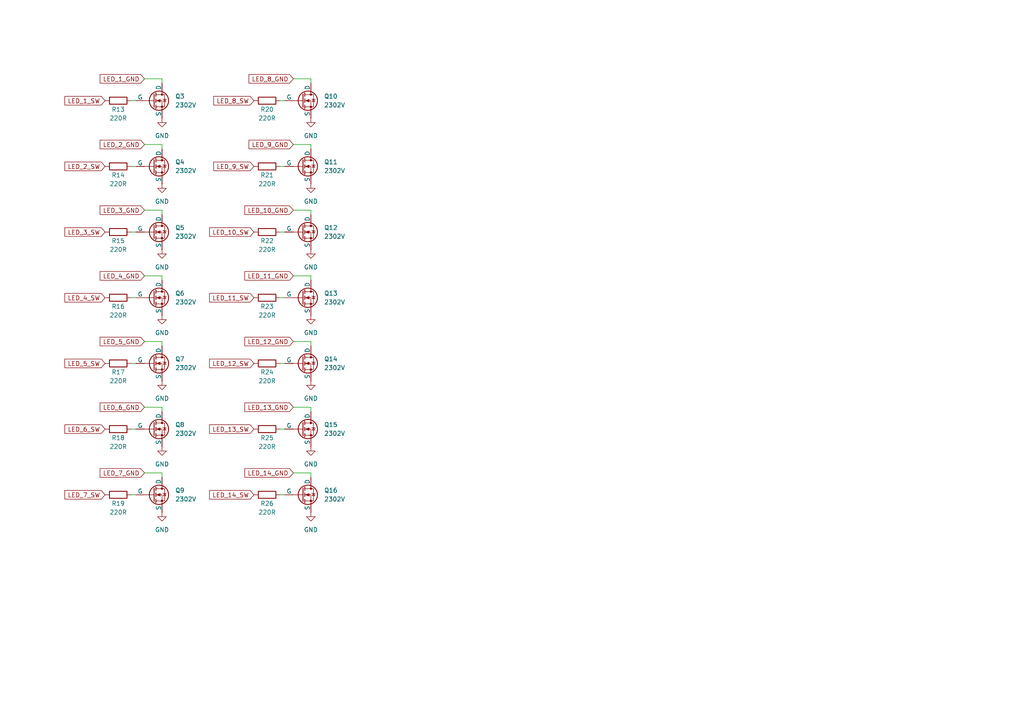
<source format=kicad_sch>
(kicad_sch (version 20250114) (generator "eeschema") (generator_version "9.0")
  (paper "A4")
  (lib_symbols
    (symbol "Device:R" (pin_numbers (hide yes)) (pin_names (offset 0))
      (property "Reference" "R" (at 2.032 0 90))
      (property "Value" "R" (at 0 0 90))
      (symbol "R_0_1"
        (rectangle (start -1.016 -2.54) (end 1.016 2.54) (stroke (width 0.254)))
      )
      (symbol "R_1_1"
        (pin passive line (at 0 3.81 270) (length 1.27) (name "~") (number "1"))
        (pin passive line (at 0 -3.81 90) (length 1.27) (name "~") (number "2"))
      )
    )
    (symbol "Simulation_SPICE:NMOS" (pin_numbers (hide yes)) (pin_names (offset 0))
      (property "Reference" "Q?" (at 6.35 1.2701 0))
      (property "Value" "2302V" (at 6.35 -1.2699 0))
      (symbol "NMOS_0_1"
        (polyline (pts (xy 0.254 1.905) (xy 0.254 -1.905)) (stroke (width 0.254)))
        (polyline (pts (xy 0.254 0) (xy -2.54 0)))
        (polyline (pts (xy 0.762 2.286) (xy 0.762 1.27)) (stroke (width 0.254)))
        (polyline (pts (xy 0.762 0.508) (xy 0.762 -0.508)) (stroke (width 0.254)))
        (polyline (pts (xy 0.762 -1.27) (xy 0.762 -2.286)) (stroke (width 0.254)))
        (polyline (pts (xy 0.762 -1.778) (xy 3.302 -1.778) (xy 3.302 1.778) (xy 0.762 1.778)))
        (polyline (pts (xy 1.016 0) (xy 2.032 0.381) (xy 2.032 -0.381) (xy 1.016 0)) (fill (type outline)))
        (circle (center 1.651 0) (radius 2.794) (stroke (width 0.254)))
        (polyline (pts (xy 2.54 2.54) (xy 2.54 1.778)))
        (circle (center 2.54 1.778) (radius 0.254) (fill (type outline)))
        (circle (center 2.54 -1.778) (radius 0.254) (fill (type outline)))
        (polyline (pts (xy 2.54 -2.54) (xy 2.54 0) (xy 0.762 0)))
        (polyline (pts (xy 2.794 0.508) (xy 2.921 0.381) (xy 3.683 0.381) (xy 3.81 0.254)))
        (polyline (pts (xy 3.302 0.381) (xy 2.921 -0.254) (xy 3.683 -0.254) (xy 3.302 0.381)))
      )
      (symbol "NMOS_1_1"
        (pin input line (at -5.08 0 0) (length 2.54) (name "G") (number "1"))
        (pin passive line (at 2.54 5.08 270) (length 2.54) (name "D") (number "3"))
        (pin passive line (at 2.54 -5.08 90) (length 2.54) (name "S") (number "2"))
      )
    )
    (symbol "power:GND" (power) (pin_numbers (hide yes)) (pin_names (offset 0) (hide yes))
      (property "Value" "GND" (at 0 -3.81 0))
      (symbol "GND_0_1"
        (polyline (pts (xy 0 0) (xy 0 -1.27) (xy 1.27 -1.27) (xy 0 -2.54) (xy -1.27 -1.27) (xy 0 -1.27)))
      )
      (symbol "GND_1_1"
        (pin power_in line (at 0 0 270) (length 0) (name "~") (number "1"))
      )
    )
  )
  (wire (pts (xy 38.1 124.46) (xy 39.37 124.46)))
  (wire (pts (xy 90.17 41.91) (xy 90.17 43.18)))
  (wire (pts (xy 90.17 118.11) (xy 90.17 119.38)))
  (wire (pts (xy 46.99 80.01) (xy 41.91 80.01)))
  (wire (pts (xy 81.28 143.51) (xy 82.55 143.51)))
  (wire (pts (xy 81.28 48.26) (xy 82.55 48.26)))
  (wire (pts (xy 90.17 80.01) (xy 85.09 80.01)))
  (wire (pts (xy 46.99 60.96) (xy 41.91 60.96)))
  (wire (pts (xy 90.17 137.16) (xy 90.17 138.43)))
  (wire (pts (xy 90.17 41.91) (xy 85.09 41.91)))
  (wire (pts (xy 46.99 22.86) (xy 46.99 24.13)))
  (wire (pts (xy 38.1 29.21) (xy 39.37 29.21)))
  (wire (pts (xy 38.1 143.51) (xy 39.37 143.51)))
  (wire (pts (xy 90.17 22.86) (xy 85.09 22.86)))
  (wire (pts (xy 46.99 99.06) (xy 41.91 99.06)))
  (wire (pts (xy 81.28 86.36) (xy 82.55 86.36)))
  (wire (pts (xy 81.28 105.41) (xy 82.55 105.41)))
  (wire (pts (xy 38.1 86.36) (xy 39.37 86.36)))
  (wire (pts (xy 90.17 137.16) (xy 85.09 137.16)))
  (wire (pts (xy 90.17 60.96) (xy 85.09 60.96)))
  (wire (pts (xy 90.17 80.01) (xy 90.17 81.28)))
  (wire (pts (xy 46.99 80.01) (xy 46.99 81.28)))
  (wire (pts (xy 46.99 22.86) (xy 41.91 22.86)))
  (wire (pts (xy 46.99 118.11) (xy 41.91 118.11)))
  (wire (pts (xy 46.99 99.06) (xy 46.99 100.33)))
  (wire (pts (xy 81.28 124.46) (xy 82.55 124.46)))
  (wire (pts (xy 81.28 67.31) (xy 82.55 67.31)))
  (wire (pts (xy 90.17 99.06) (xy 90.17 100.33)))
  (wire (pts (xy 90.17 22.86) (xy 90.17 24.13)))
  (wire (pts (xy 90.17 118.11) (xy 85.09 118.11)))
  (wire (pts (xy 38.1 67.31) (xy 39.37 67.31)))
  (wire (pts (xy 46.99 41.91) (xy 41.91 41.91)))
  (wire (pts (xy 81.28 29.21) (xy 82.55 29.21)))
  (wire (pts (xy 38.1 48.26) (xy 39.37 48.26)))
  (wire (pts (xy 90.17 60.96) (xy 90.17 62.23)))
  (wire (pts (xy 46.99 118.11) (xy 46.99 119.38)))
  (wire (pts (xy 46.99 137.16) (xy 41.91 137.16)))
  (wire (pts (xy 38.1 105.41) (xy 39.37 105.41)))
  (wire (pts (xy 46.99 137.16) (xy 46.99 138.43)))
  (wire (pts (xy 46.99 60.96) (xy 46.99 62.23)))
  (wire (pts (xy 46.99 41.91) (xy 46.99 43.18)))
  (wire (pts (xy 90.17 99.06) (xy 85.09 99.06)))
  (global_label "LED_8_GND" (shape input) (at 85.09 22.86 180) (property "Intersheetrefs" "${INTERSHEET_REFS}" (effects (hide yes))))
  (global_label "LED_2_SW" (shape input) (at 30.48 48.26 180) (property "Intersheetrefs" "${INTERSHEET_REFS}" (effects (hide yes))))
  (global_label "LED_13_GND" (shape input) (at 85.09 118.11 180) (property "Intersheetrefs" "${INTERSHEET_REFS}" (effects (hide yes))))
  (global_label "LED_7_GND" (shape input) (at 41.91 137.16 180) (property "Intersheetrefs" "${INTERSHEET_REFS}" (effects (hide yes))))
  (global_label "LED_4_GND" (shape input) (at 41.91 80.01 180) (property "Intersheetrefs" "${INTERSHEET_REFS}" (effects (hide yes))))
  (global_label "LED_7_SW" (shape input) (at 30.48 143.51 180) (property "Intersheetrefs" "${INTERSHEET_REFS}" (effects (hide yes))))
  (global_label "LED_12_SW" (shape input) (at 73.66 105.41 180) (property "Intersheetrefs" "${INTERSHEET_REFS}" (effects (hide yes))))
  (global_label "LED_6_GND" (shape input) (at 41.91 118.11 180) (property "Intersheetrefs" "${INTERSHEET_REFS}" (effects (hide yes))))
  (global_label "LED_5_GND" (shape input) (at 41.91 99.06 180) (property "Intersheetrefs" "${INTERSHEET_REFS}" (effects (hide yes))))
  (global_label "LED_10_GND" (shape input) (at 85.09 60.96 180) (property "Intersheetrefs" "${INTERSHEET_REFS}" (effects (hide yes))))
  (global_label "LED_1_GND" (shape input) (at 41.91 22.86 180) (property "Intersheetrefs" "${INTERSHEET_REFS}" (effects (hide yes))))
  (global_label "LED_11_GND" (shape input) (at 85.09 80.01 180) (property "Intersheetrefs" "${INTERSHEET_REFS}" (effects (hide yes))))
  (global_label "LED_3_GND" (shape input) (at 41.91 60.96 180) (property "Intersheetrefs" "${INTERSHEET_REFS}" (effects (hide yes))))
  (global_label "LED_9_GND" (shape input) (at 85.09 41.91 180) (property "Intersheetrefs" "${INTERSHEET_REFS}" (effects (hide yes))))
  (global_label "LED_2_GND" (shape input) (at 41.91 41.91 180) (property "Intersheetrefs" "${INTERSHEET_REFS}" (effects (hide yes))))
  (global_label "LED_11_SW" (shape input) (at 73.66 86.36 180) (property "Intersheetrefs" "${INTERSHEET_REFS}" (effects (hide yes))))
  (global_label "LED_5_SW" (shape input) (at 30.48 105.41 180) (property "Intersheetrefs" "${INTERSHEET_REFS}" (effects (hide yes))))
  (global_label "LED_13_SW" (shape input) (at 73.66 124.46 180) (property "Intersheetrefs" "${INTERSHEET_REFS}" (effects (hide yes))))
  (global_label "LED_8_SW" (shape input) (at 73.66 29.21 180) (property "Intersheetrefs" "${INTERSHEET_REFS}" (effects (hide yes))))
  (global_label "LED_1_SW" (shape input) (at 30.48 29.21 180) (property "Intersheetrefs" "${INTERSHEET_REFS}" (effects (hide yes))))
  (global_label "LED_14_GND" (shape input) (at 85.09 137.16 180) (property "Intersheetrefs" "${INTERSHEET_REFS}" (effects (hide yes))))
  (global_label "LED_9_SW" (shape input) (at 73.66 48.26 180) (property "Intersheetrefs" "${INTERSHEET_REFS}" (effects (hide yes))))
  (global_label "LED_4_SW" (shape input) (at 30.48 86.36 180) (property "Intersheetrefs" "${INTERSHEET_REFS}" (effects (hide yes))))
  (global_label "LED_6_SW" (shape input) (at 30.48 124.46 180) (property "Intersheetrefs" "${INTERSHEET_REFS}" (effects (hide yes))))
  (global_label "LED_14_SW" (shape input) (at 73.66 143.51 180) (property "Intersheetrefs" "${INTERSHEET_REFS}" (effects (hide yes))))
  (global_label "LED_3_SW" (shape input) (at 30.48 67.31 180) (property "Intersheetrefs" "${INTERSHEET_REFS}" (effects (hide yes))))
  (global_label "LED_10_SW" (shape input) (at 73.66 67.31 180) (property "Intersheetrefs" "${INTERSHEET_REFS}" (effects (hide yes))))
  (global_label "LED_12_GND" (shape input) (at 85.09 99.06 180) (property "Intersheetrefs" "${INTERSHEET_REFS}" (effects (hide yes))))
  (symbol (lib_id "Device:R") (at 77.47 86.36 90) (unit 1)
    (property "Reference" "R23" (at 77.47 88.9 90))
    (property "Value" "220R" (at 77.47 91.44 90))
    (property "Footprint" "Resistor_SMD:R_0603_1608Metric" (effects (hide yes)))
    (property "Description" "Resistor" (effects (hide yes)))
    (property "MPN" "C2907127" (effects (hide yes)))
  )
  (symbol (lib_id "Simulation_SPICE:NMOS") (at 87.63 86.36 0) (unit 1)
    (property "Reference" "Q13" (at 93.98 85.0899 0) (effects (justify left)))
    (property "Value" "2302V" (at 93.98 87.6299 0) (effects (justify left)))
    (property "Footprint" "Package_TO_SOT_SMD:SOT-23" (effects (hide yes)))
    (property "Datasheet" "https://ngspice.sourceforge.io/docs/ngspice-html-manual/manual.xhtml#cha_MOSFETs" (effects (hide yes)))
    (property "Description" "N-MOSFET transistor, drain/source/gate" (effects (hide yes)))
    (property "Sim.Device" "NMOS" (effects (hide yes)))
    (property "Sim.Type" "VDMOS" (effects (hide yes)))
    (property "Sim.Pins" "1=D 2=G 3=S" (effects (hide yes)))
    (property "MPN" "C7431443" (effects (hide yes)))
  )
  (symbol (lib_id "Simulation_SPICE:NMOS") (at 87.63 48.26 0) (unit 1)
    (property "Reference" "Q11" (at 93.98 46.9899 0) (effects (justify left)))
    (property "Value" "2302V" (at 93.98 49.5299 0) (effects (justify left)))
    (property "Footprint" "Package_TO_SOT_SMD:SOT-23" (effects (hide yes)))
    (property "Datasheet" "https://ngspice.sourceforge.io/docs/ngspice-html-manual/manual.xhtml#cha_MOSFETs" (effects (hide yes)))
    (property "Description" "N-MOSFET transistor, drain/source/gate" (effects (hide yes)))
    (property "Sim.Device" "NMOS" (effects (hide yes)))
    (property "Sim.Type" "VDMOS" (effects (hide yes)))
    (property "Sim.Pins" "1=D 2=G 3=S" (effects (hide yes)))
    (property "MPN" "C7431443" (effects (hide yes)))
  )
  (symbol (lib_id "power:GND") (at 46.99 91.44 0) (unit 1)
    (property "Reference" "#PWR029" (effects (hide yes)))
    (property "Value" "GND" (at 46.99 96.52 0))
    (property "Description" "Power symbol creates a global label with name \"GND\" , ground" (effects (hide yes)))
  )
  (symbol (lib_id "Device:R") (at 77.47 67.31 90) (unit 1)
    (property "Reference" "R22" (at 77.47 69.85 90))
    (property "Value" "220R" (at 77.47 72.39 90))
    (property "Footprint" "Resistor_SMD:R_0603_1608Metric" (effects (hide yes)))
    (property "Description" "Resistor" (effects (hide yes)))
    (property "MPN" "C2907127" (effects (hide yes)))
  )
  (symbol (lib_id "power:GND") (at 46.99 148.59 0) (unit 1)
    (property "Reference" "#PWR032" (effects (hide yes)))
    (property "Value" "GND" (at 46.99 153.67 0))
    (property "Description" "Power symbol creates a global label with name \"GND\" , ground" (effects (hide yes)))
  )
  (symbol (lib_id "Device:R") (at 34.29 86.36 90) (unit 1)
    (property "Reference" "R16" (at 34.29 88.9 90))
    (property "Value" "220R" (at 34.29 91.44 90))
    (property "Footprint" "Resistor_SMD:R_0603_1608Metric" (effects (hide yes)))
    (property "Description" "Resistor" (effects (hide yes)))
    (property "MPN" "C2907127" (effects (hide yes)))
  )
  (symbol (lib_id "power:GND") (at 46.99 34.29 0) (unit 1)
    (property "Reference" "#PWR02" (effects (hide yes)))
    (property "Value" "GND" (at 46.99 39.37 0))
    (property "Description" "Power symbol creates a global label with name \"GND\" , ground" (effects (hide yes)))
  )
  (symbol (lib_id "Device:R") (at 77.47 124.46 90) (unit 1)
    (property "Reference" "R25" (at 77.47 127 90))
    (property "Value" "220R" (at 77.47 129.54 90))
    (property "Footprint" "Resistor_SMD:R_0603_1608Metric" (effects (hide yes)))
    (property "Description" "Resistor" (effects (hide yes)))
    (property "MPN" "C2907127" (effects (hide yes)))
  )
  (symbol (lib_id "power:GND") (at 46.99 53.34 0) (unit 1)
    (property "Reference" "#PWR027" (effects (hide yes)))
    (property "Value" "GND" (at 46.99 58.42 0))
    (property "Description" "Power symbol creates a global label with name \"GND\" , ground" (effects (hide yes)))
  )
  (symbol (lib_id "Device:R") (at 34.29 143.51 90) (unit 1)
    (property "Reference" "R19" (at 34.29 146.05 90))
    (property "Value" "220R" (at 34.29 148.59 90))
    (property "Footprint" "Resistor_SMD:R_0603_1608Metric" (effects (hide yes)))
    (property "Description" "Resistor" (effects (hide yes)))
    (property "MPN" "C2907127" (effects (hide yes)))
  )
  (symbol (lib_id "Device:R") (at 34.29 105.41 90) (unit 1)
    (property "Reference" "R17" (at 34.29 107.95 90))
    (property "Value" "220R" (at 34.29 110.49 90))
    (property "Footprint" "Resistor_SMD:R_0603_1608Metric" (effects (hide yes)))
    (property "Description" "Resistor" (effects (hide yes)))
    (property "MPN" "C2907127" (effects (hide yes)))
  )
  (symbol (lib_id "Device:R") (at 77.47 105.41 90) (unit 1)
    (property "Reference" "R24" (at 77.47 107.95 90))
    (property "Value" "220R" (at 77.47 110.49 90))
    (property "Footprint" "Resistor_SMD:R_0603_1608Metric" (effects (hide yes)))
    (property "Description" "Resistor" (effects (hide yes)))
    (property "MPN" "C2907127" (effects (hide yes)))
  )
  (symbol (lib_id "power:GND") (at 90.17 53.34 0) (unit 1)
    (property "Reference" "#PWR034" (effects (hide yes)))
    (property "Value" "GND" (at 90.17 58.42 0))
    (property "Description" "Power symbol creates a global label with name \"GND\" , ground" (effects (hide yes)))
  )
  (symbol (lib_id "Simulation_SPICE:NMOS") (at 87.63 143.51 0) (unit 1)
    (property "Reference" "Q16" (at 93.98 142.2399 0) (effects (justify left)))
    (property "Value" "2302V" (at 93.98 144.7799 0) (effects (justify left)))
    (property "Footprint" "Package_TO_SOT_SMD:SOT-23" (effects (hide yes)))
    (property "Datasheet" "https://ngspice.sourceforge.io/docs/ngspice-html-manual/manual.xhtml#cha_MOSFETs" (effects (hide yes)))
    (property "Description" "N-MOSFET transistor, drain/source/gate" (effects (hide yes)))
    (property "Sim.Device" "NMOS" (effects (hide yes)))
    (property "Sim.Type" "VDMOS" (effects (hide yes)))
    (property "Sim.Pins" "1=D 2=G 3=S" (effects (hide yes)))
    (property "MPN" "C7431443" (effects (hide yes)))
  )
  (symbol (lib_id "Simulation_SPICE:NMOS") (at 44.45 143.51 0) (unit 1)
    (property "Reference" "Q9" (at 50.8 142.2399 0) (effects (justify left)))
    (property "Value" "2302V" (at 50.8 144.7799 0) (effects (justify left)))
    (property "Footprint" "Package_TO_SOT_SMD:SOT-23" (effects (hide yes)))
    (property "Datasheet" "https://ngspice.sourceforge.io/docs/ngspice-html-manual/manual.xhtml#cha_MOSFETs" (effects (hide yes)))
    (property "Description" "N-MOSFET transistor, drain/source/gate" (effects (hide yes)))
    (property "Sim.Device" "NMOS" (effects (hide yes)))
    (property "Sim.Type" "VDMOS" (effects (hide yes)))
    (property "Sim.Pins" "1=D 2=G 3=S" (effects (hide yes)))
    (property "MPN" "C7431443" (effects (hide yes)))
  )
  (symbol (lib_id "power:GND") (at 46.99 110.49 0) (unit 1)
    (property "Reference" "#PWR030" (effects (hide yes)))
    (property "Value" "GND" (at 46.99 115.57 0))
    (property "Description" "Power symbol creates a global label with name \"GND\" , ground" (effects (hide yes)))
  )
  (symbol (lib_id "Simulation_SPICE:NMOS") (at 87.63 29.21 0) (unit 1)
    (property "Reference" "Q10" (at 93.98 27.9399 0) (effects (justify left)))
    (property "Value" "2302V" (at 93.98 30.4799 0) (effects (justify left)))
    (property "Footprint" "Package_TO_SOT_SMD:SOT-23" (effects (hide yes)))
    (property "Datasheet" "https://ngspice.sourceforge.io/docs/ngspice-html-manual/manual.xhtml#cha_MOSFETs" (effects (hide yes)))
    (property "Description" "N-MOSFET transistor, drain/source/gate" (effects (hide yes)))
    (property "Sim.Device" "NMOS" (effects (hide yes)))
    (property "Sim.Type" "VDMOS" (effects (hide yes)))
    (property "Sim.Pins" "1=D 2=G 3=S" (effects (hide yes)))
    (property "MPN" "C7431443" (effects (hide yes)))
  )
  (symbol (lib_id "power:GND") (at 90.17 72.39 0) (unit 1)
    (property "Reference" "#PWR035" (effects (hide yes)))
    (property "Value" "GND" (at 90.17 77.47 0))
    (property "Description" "Power symbol creates a global label with name \"GND\" , ground" (effects (hide yes)))
  )
  (symbol (lib_id "power:GND") (at 90.17 34.29 0) (unit 1)
    (property "Reference" "#PWR033" (effects (hide yes)))
    (property "Value" "GND" (at 90.17 39.37 0))
    (property "Description" "Power symbol creates a global label with name \"GND\" , ground" (effects (hide yes)))
  )
  (symbol (lib_id "Device:R") (at 77.47 29.21 90) (unit 1)
    (property "Reference" "R20" (at 77.47 31.75 90))
    (property "Value" "220R" (at 77.47 34.29 90))
    (property "Footprint" "Resistor_SMD:R_0603_1608Metric" (effects (hide yes)))
    (property "Description" "Resistor" (effects (hide yes)))
    (property "MPN" "C2907127" (effects (hide yes)))
  )
  (symbol (lib_id "power:GND") (at 46.99 129.54 0) (unit 1)
    (property "Reference" "#PWR031" (effects (hide yes)))
    (property "Value" "GND" (at 46.99 134.62 0))
    (property "Description" "Power symbol creates a global label with name \"GND\" , ground" (effects (hide yes)))
  )
  (symbol (lib_id "power:GND") (at 46.99 72.39 0) (unit 1)
    (property "Reference" "#PWR028" (effects (hide yes)))
    (property "Value" "GND" (at 46.99 77.47 0))
    (property "Description" "Power symbol creates a global label with name \"GND\" , ground" (effects (hide yes)))
  )
  (symbol (lib_id "Simulation_SPICE:NMOS") (at 44.45 86.36 0) (unit 1)
    (property "Reference" "Q6" (at 50.8 85.0899 0) (effects (justify left)))
    (property "Value" "2302V" (at 50.8 87.6299 0) (effects (justify left)))
    (property "Footprint" "Package_TO_SOT_SMD:SOT-23" (effects (hide yes)))
    (property "Datasheet" "https://ngspice.sourceforge.io/docs/ngspice-html-manual/manual.xhtml#cha_MOSFETs" (effects (hide yes)))
    (property "Description" "N-MOSFET transistor, drain/source/gate" (effects (hide yes)))
    (property "Sim.Device" "NMOS" (effects (hide yes)))
    (property "Sim.Type" "VDMOS" (effects (hide yes)))
    (property "Sim.Pins" "1=D 2=G 3=S" (effects (hide yes)))
    (property "MPN" "C7431443" (effects (hide yes)))
  )
  (symbol (lib_id "Simulation_SPICE:NMOS") (at 44.45 124.46 0) (unit 1)
    (property "Reference" "Q8" (at 50.8 123.1899 0) (effects (justify left)))
    (property "Value" "2302V" (at 50.8 125.7299 0) (effects (justify left)))
    (property "Footprint" "Package_TO_SOT_SMD:SOT-23" (effects (hide yes)))
    (property "Datasheet" "https://ngspice.sourceforge.io/docs/ngspice-html-manual/manual.xhtml#cha_MOSFETs" (effects (hide yes)))
    (property "Description" "N-MOSFET transistor, drain/source/gate" (effects (hide yes)))
    (property "Sim.Device" "NMOS" (effects (hide yes)))
    (property "Sim.Type" "VDMOS" (effects (hide yes)))
    (property "Sim.Pins" "1=D 2=G 3=S" (effects (hide yes)))
    (property "MPN" "C7431443" (effects (hide yes)))
  )
  (symbol (lib_id "Simulation_SPICE:NMOS") (at 44.45 105.41 0) (unit 1)
    (property "Reference" "Q7" (at 50.8 104.1399 0) (effects (justify left)))
    (property "Value" "2302V" (at 50.8 106.6799 0) (effects (justify left)))
    (property "Footprint" "Package_TO_SOT_SMD:SOT-23" (effects (hide yes)))
    (property "Datasheet" "https://ngspice.sourceforge.io/docs/ngspice-html-manual/manual.xhtml#cha_MOSFETs" (effects (hide yes)))
    (property "Description" "N-MOSFET transistor, drain/source/gate" (effects (hide yes)))
    (property "Sim.Device" "NMOS" (effects (hide yes)))
    (property "Sim.Type" "VDMOS" (effects (hide yes)))
    (property "Sim.Pins" "1=D 2=G 3=S" (effects (hide yes)))
    (property "MPN" "C7431443" (effects (hide yes)))
  )
  (symbol (lib_id "Device:R") (at 77.47 143.51 90) (unit 1)
    (property "Reference" "R26" (at 77.47 146.05 90))
    (property "Value" "220R" (at 77.47 148.59 90))
    (property "Footprint" "Resistor_SMD:R_0603_1608Metric" (effects (hide yes)))
    (property "Description" "Resistor" (effects (hide yes)))
    (property "MPN" "C2907127" (effects (hide yes)))
  )
  (symbol (lib_id "Simulation_SPICE:NMOS") (at 44.45 67.31 0) (unit 1)
    (property "Reference" "Q5" (at 50.8 66.0399 0) (effects (justify left)))
    (property "Value" "2302V" (at 50.8 68.5799 0) (effects (justify left)))
    (property "Footprint" "Package_TO_SOT_SMD:SOT-23" (effects (hide yes)))
    (property "Datasheet" "https://ngspice.sourceforge.io/docs/ngspice-html-manual/manual.xhtml#cha_MOSFETs" (effects (hide yes)))
    (property "Description" "N-MOSFET transistor, drain/source/gate" (effects (hide yes)))
    (property "Sim.Device" "NMOS" (effects (hide yes)))
    (property "Sim.Type" "VDMOS" (effects (hide yes)))
    (property "Sim.Pins" "1=D 2=G 3=S" (effects (hide yes)))
    (property "MPN" "C7431443" (effects (hide yes)))
  )
  (symbol (lib_id "Device:R") (at 34.29 48.26 90) (unit 1)
    (property "Reference" "R14" (at 34.29 50.8 90))
    (property "Value" "220R" (at 34.29 53.34 90))
    (property "Footprint" "Resistor_SMD:R_0603_1608Metric" (effects (hide yes)))
    (property "Description" "Resistor" (effects (hide yes)))
    (property "MPN" "C2907127" (effects (hide yes)))
  )
  (symbol (lib_id "Simulation_SPICE:NMOS") (at 44.45 29.21 0) (unit 1)
    (property "Reference" "Q3" (at 50.8 27.9399 0) (effects (justify left)))
    (property "Value" "2302V" (at 50.8 30.4799 0) (effects (justify left)))
    (property "Footprint" "Package_TO_SOT_SMD:SOT-23" (effects (hide yes)))
    (property "Datasheet" "https://ngspice.sourceforge.io/docs/ngspice-html-manual/manual.xhtml#cha_MOSFETs" (effects (hide yes)))
    (property "Description" "N-MOSFET transistor, drain/source/gate" (effects (hide yes)))
    (property "Sim.Device" "NMOS" (effects (hide yes)))
    (property "Sim.Type" "VDMOS" (effects (hide yes)))
    (property "Sim.Pins" "1=D 2=G 3=S" (effects (hide yes)))
    (property "MPN" "C7431443" (effects (hide yes)))
  )
  (symbol (lib_id "Device:R") (at 34.29 67.31 90) (unit 1)
    (property "Reference" "R15" (at 34.29 69.85 90))
    (property "Value" "220R" (at 34.29 72.39 90))
    (property "Footprint" "Resistor_SMD:R_0603_1608Metric" (effects (hide yes)))
    (property "Description" "Resistor" (effects (hide yes)))
    (property "MPN" "C2907127" (effects (hide yes)))
  )
  (symbol (lib_id "Simulation_SPICE:NMOS") (at 87.63 124.46 0) (unit 1)
    (property "Reference" "Q15" (at 93.98 123.1899 0) (effects (justify left)))
    (property "Value" "2302V" (at 93.98 125.7299 0) (effects (justify left)))
    (property "Footprint" "Package_TO_SOT_SMD:SOT-23" (effects (hide yes)))
    (property "Datasheet" "https://ngspice.sourceforge.io/docs/ngspice-html-manual/manual.xhtml#cha_MOSFETs" (effects (hide yes)))
    (property "Description" "N-MOSFET transistor, drain/source/gate" (effects (hide yes)))
    (property "Sim.Device" "NMOS" (effects (hide yes)))
    (property "Sim.Type" "VDMOS" (effects (hide yes)))
    (property "Sim.Pins" "1=D 2=G 3=S" (effects (hide yes)))
    (property "MPN" "C7431443" (effects (hide yes)))
  )
  (symbol (lib_id "Simulation_SPICE:NMOS") (at 44.45 48.26 0) (unit 1)
    (property "Reference" "Q4" (at 50.8 46.9899 0) (effects (justify left)))
    (property "Value" "2302V" (at 50.8 49.5299 0) (effects (justify left)))
    (property "Footprint" "Package_TO_SOT_SMD:SOT-23" (effects (hide yes)))
    (property "Datasheet" "https://ngspice.sourceforge.io/docs/ngspice-html-manual/manual.xhtml#cha_MOSFETs" (effects (hide yes)))
    (property "Description" "N-MOSFET transistor, drain/source/gate" (effects (hide yes)))
    (property "Sim.Device" "NMOS" (effects (hide yes)))
    (property "Sim.Type" "VDMOS" (effects (hide yes)))
    (property "Sim.Pins" "1=D 2=G 3=S" (effects (hide yes)))
    (property "MPN" "C7431443" (effects (hide yes)))
  )
  (symbol (lib_id "power:GND") (at 90.17 148.59 0) (unit 1)
    (property "Reference" "#PWR039" (effects (hide yes)))
    (property "Value" "GND" (at 90.17 153.67 0))
    (property "Description" "Power symbol creates a global label with name \"GND\" , ground" (effects (hide yes)))
  )
  (symbol (lib_id "power:GND") (at 90.17 129.54 0) (unit 1)
    (property "Reference" "#PWR038" (effects (hide yes)))
    (property "Value" "GND" (at 90.17 134.62 0))
    (property "Description" "Power symbol creates a global label with name \"GND\" , ground" (effects (hide yes)))
  )
  (symbol (lib_id "power:GND") (at 90.17 91.44 0) (unit 1)
    (property "Reference" "#PWR036" (effects (hide yes)))
    (property "Value" "GND" (at 90.17 96.52 0))
    (property "Description" "Power symbol creates a global label with name \"GND\" , ground" (effects (hide yes)))
  )
  (symbol (lib_id "Device:R") (at 34.29 124.46 90) (unit 1)
    (property "Reference" "R18" (at 34.29 127 90))
    (property "Value" "220R" (at 34.29 129.54 90))
    (property "Footprint" "Resistor_SMD:R_0603_1608Metric" (effects (hide yes)))
    (property "Description" "Resistor" (effects (hide yes)))
    (property "MPN" "C2907127" (effects (hide yes)))
  )
  (symbol (lib_id "power:GND") (at 90.17 110.49 0) (unit 1)
    (property "Reference" "#PWR037" (effects (hide yes)))
    (property "Value" "GND" (at 90.17 115.57 0))
    (property "Description" "Power symbol creates a global label with name \"GND\" , ground" (effects (hide yes)))
  )
  (symbol (lib_id "Simulation_SPICE:NMOS") (at 87.63 67.31 0) (unit 1)
    (property "Reference" "Q12" (at 93.98 66.0399 0) (effects (justify left)))
    (property "Value" "2302V" (at 93.98 68.5799 0) (effects (justify left)))
    (property "Footprint" "Package_TO_SOT_SMD:SOT-23" (effects (hide yes)))
    (property "Datasheet" "https://ngspice.sourceforge.io/docs/ngspice-html-manual/manual.xhtml#cha_MOSFETs" (effects (hide yes)))
    (property "Description" "N-MOSFET transistor, drain/source/gate" (effects (hide yes)))
    (property "Sim.Device" "NMOS" (effects (hide yes)))
    (property "Sim.Type" "VDMOS" (effects (hide yes)))
    (property "Sim.Pins" "1=D 2=G 3=S" (effects (hide yes)))
    (property "MPN" "C7431443" (effects (hide yes)))
  )
  (symbol (lib_id "Simulation_SPICE:NMOS") (at 87.63 105.41 0) (unit 1)
    (property "Reference" "Q14" (at 93.98 104.1399 0) (effects (justify left)))
    (property "Value" "2302V" (at 93.98 106.6799 0) (effects (justify left)))
    (property "Footprint" "Package_TO_SOT_SMD:SOT-23" (effects (hide yes)))
    (property "Datasheet" "https://ngspice.sourceforge.io/docs/ngspice-html-manual/manual.xhtml#cha_MOSFETs" (effects (hide yes)))
    (property "Description" "N-MOSFET transistor, drain/source/gate" (effects (hide yes)))
    (property "Sim.Device" "NMOS" (effects (hide yes)))
    (property "Sim.Type" "VDMOS" (effects (hide yes)))
    (property "Sim.Pins" "1=D 2=G 3=S" (effects (hide yes)))
    (property "MPN" "C7431443" (effects (hide yes)))
  )
  (symbol (lib_id "Device:R") (at 34.29 29.21 90) (unit 1)
    (property "Reference" "R13" (at 34.29 31.75 90))
    (property "Value" "220R" (at 34.29 34.29 90))
    (property "Footprint" "Resistor_SMD:R_0603_1608Metric" (effects (hide yes)))
    (property "Description" "Resistor" (effects (hide yes)))
    (property "MPN" "C2907127" (effects (hide yes)))
  )
  (symbol (lib_id "Device:R") (at 77.47 48.26 90) (unit 1)
    (property "Reference" "R21" (at 77.47 50.8 90))
    (property "Value" "220R" (at 77.47 53.34 90))
    (property "Footprint" "Resistor_SMD:R_0603_1608Metric" (effects (hide yes)))
    (property "Description" "Resistor" (effects (hide yes)))
    (property "MPN" "C2907127" (effects (hide yes)))
  )
)
</source>
